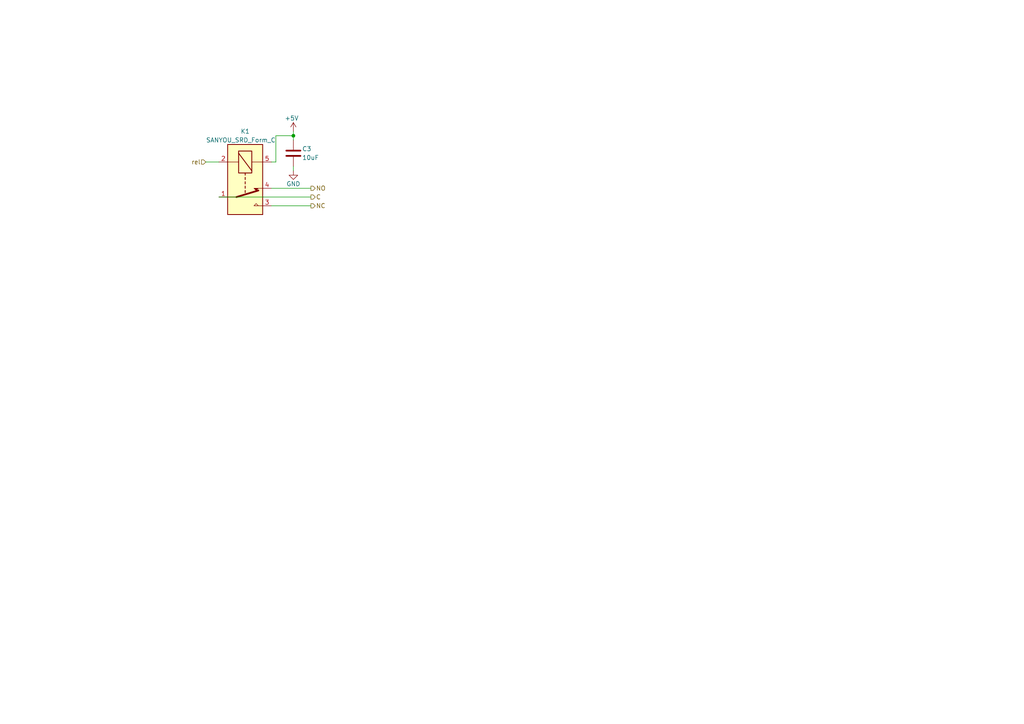
<source format=kicad_sch>
(kicad_sch (version 20230121) (generator eeschema)
  (paper "A4")
  (lib_symbols
    (symbol "Device:C" (pin_numbers hide) (pin_names (offset 0.254))
      (property "Reference" "C" (at 0.635 2.54 0))
      (property "Value" "C" (at 0.635 -2.54 0))
      (symbol "C_0_1"
        (polyline (pts (xy -2.032 -0.762) (xy 2.032 -0.762)) (stroke (width 0.508)))
        (polyline (pts (xy -2.032 0.762) (xy 2.032 0.762)) (stroke (width 0.508)))
      )
      (symbol "C_1_1"
        (pin passive line (at 0 3.81 270) (length 2.794) (name "~") (number "1"))
        (pin passive line (at 0 -3.81 90) (length 2.794) (name "~") (number "2"))
      )
    )
    (symbol "Relay:SANYOU_SRD_Form_C"
      (property "Reference" "K" (at 11.43 3.81 0))
      (property "Value" "SANYOU_SRD_Form_C" (at 11.43 1.27 0))
      (symbol "SANYOU_SRD_Form_C_0_0"
        (polyline (pts (xy 7.62 5.08) (xy 7.62 2.54) (xy 6.985 3.175) (xy 7.62 3.81)))
      )
      (symbol "SANYOU_SRD_Form_C_0_1"
        (rectangle (start -10.16 5.08) (end 10.16 -5.08) (stroke (width 0.254)) (fill (type background)))
        (rectangle (start -8.255 1.905) (end -1.905 -1.905) (stroke (width 0.254)))
        (polyline (pts (xy -7.62 -1.905) (xy -2.54 1.905)) (stroke (width 0.254)))
        (polyline (pts (xy -5.08 -5.08) (xy -5.08 -1.905)))
        (polyline (pts (xy -5.08 5.08) (xy -5.08 1.905)))
        (polyline (pts (xy -1.905 0) (xy -1.27 0)) (stroke (width 0.254)))
        (polyline (pts (xy -0.635 0) (xy 0 0)) (stroke (width 0.254)))
        (polyline (pts (xy 0.635 0) (xy 1.27 0)) (stroke (width 0.254)))
        (polyline (pts (xy 1.905 0) (xy 2.54 0)) (stroke (width 0.254)))
        (polyline (pts (xy 3.175 0) (xy 3.81 0)) (stroke (width 0.254)))
        (polyline (pts (xy 5.08 -2.54) (xy 3.175 3.81)) (stroke (width 0.508)))
        (polyline (pts (xy 5.08 -2.54) (xy 5.08 -5.08)))
      )
      (symbol "SANYOU_SRD_Form_C_1_1"
        (polyline (pts (xy 2.54 3.81) (xy 3.175 3.175) (xy 2.54 2.54) (xy 2.54 5.08)) (fill (type outline)))
        (pin passive line (at 5.08 -7.62 90) (length 2.54) (name "~") (number "1"))
        (pin passive line (at -5.08 -7.62 90) (length 2.54) (name "~") (number "2"))
        (pin passive line (at 7.62 7.62 270) (length 2.54) (name "~") (number "3"))
        (pin passive line (at 2.54 7.62 270) (length 2.54) (name "~") (number "4"))
        (pin passive line (at -5.08 7.62 270) (length 2.54) (name "~") (number "5"))
      )
    )
    (symbol "power:+5V" (power) (pin_names (offset 0))
      (property "Value" "+5V" (at 0 3.556 0))
      (symbol "+5V_0_1"
        (polyline (pts (xy -0.762 1.27) (xy 0 2.54)))
        (polyline (pts (xy 0 0) (xy 0 2.54)))
        (polyline (pts (xy 0 2.54) (xy 0.762 1.27)))
      )
      (symbol "+5V_1_1"
        (pin power_in line (at 0 0 90) (length 0) hide (name "+5V") (number "1"))
      )
    )
    (symbol "power:GND" (power) (pin_names (offset 0))
      (property "Value" "GND" (at 0 -3.81 0))
      (symbol "GND_0_1"
        (polyline (pts (xy 0 0) (xy 0 -1.27) (xy 1.27 -1.27) (xy 0 -2.54) (xy -1.27 -1.27) (xy 0 -1.27)))
      )
      (symbol "GND_1_1"
        (pin power_in line (at 0 0 270) (length 0) hide (name "GND") (number "1"))
      )
    )
  )
  (junction (at 85.09 39.37))
  (wire (pts (xy 59.69 46.99) (xy 63.5 46.99)))
  (wire (pts (xy 78.74 59.69) (xy 90.17 59.69)))
  (wire (pts (xy 63.5 57.15) (xy 90.17 57.15)))
  (wire (pts (xy 78.74 54.61) (xy 90.17 54.61)))
  (wire (pts (xy 85.09 38.1) (xy 85.09 39.37)))
  (wire (pts (xy 80.01 46.99) (xy 78.74 46.99)))
  (wire (pts (xy 85.09 48.26) (xy 85.09 49.53)))
  (wire (pts (xy 80.01 39.37) (xy 80.01 46.99)))
  (wire (pts (xy 85.09 39.37) (xy 80.01 39.37)))
  (wire (pts (xy 85.09 39.37) (xy 85.09 40.64)))
  (hierarchical_label "NC" (shape output) (at 90.17 59.69 0))
  (hierarchical_label "NO" (shape output) (at 90.17 54.61 0))
  (hierarchical_label "rel" (shape input) (at 59.69 46.99 180))
  (hierarchical_label "C" (shape output) (at 90.17 57.15 0))
  (symbol (lib_id "Relay:SANYOU_SRD_Form_C") (at 71.12 52.07 270) (unit 1) (in_bom no)
    (property "Reference" "K1" (at 71.12 38.1 90))
    (property "Value" "SANYOU_SRD_Form_C" (at 69.85 40.64 90))
    (property "Footprint" "Relay_THT:Relay_SPDT_SANYOU_SRD_Series_Form_C" (effects hide))
    (property "Datasheet" "http://www.sanyourelay.ca/public/products/pdf/SRD.pdf" (effects hide))
    (instances (project "AquariumController" (path "" (reference "K1") (unit 1)) (path "" (reference "K2") (unit 1)) (path "" (reference "K3") (unit 1))) (project "XIAO-ESP32C3-aquarium-controller" (path "" (reference "K1") (unit 1)) (path "" (reference "K2") (unit 1)) (path "" (reference "K3") (unit 1))))
  )
  (symbol (lib_id "Device:C") (at 85.09 44.45 0) (unit 1)
    (property "Reference" "C3" (at 87.63 43.18 0) (effects (justify left)))
    (property "Value" "10uF" (at 87.63 45.72 0) (effects (justify left)))
    (property "Footprint" "Capacitor_SMD:C_0603_1608Metric" (effects hide))
    (property "JLCPCB Part #" "C19702" (effects hide))
    (instances (project "AquariumController" (path "" (reference "C3") (unit 1)) (path "" (reference "C4") (unit 1)) (path "" (reference "C5") (unit 1))) (project "XIAO-ESP32C3-aquarium-controller" (path "" (reference "C7") (unit 1)) (path "" (reference "C8") (unit 1)) (path "" (reference "C9") (unit 1))))
  )
  (symbol (lib_id "power:+5V") (at 85.09 38.1 0) (unit 1)
    (property "Reference" "#PWR0108" (effects hide))
    (property "Value" "+5V" (at 82.55 34.29 0) (effects (justify left)))
    (instances (project "AquariumController" (path "" (reference "#PWR0108") (unit 1)) (path "" (reference "#PWR01") (unit 1)) (path "" (reference "#PWR02") (unit 1))) (project "XIAO-ESP32C3-aquarium-controller" (path "" (reference "#PWR013") (unit 1)) (path "" (reference "#PWR015") (unit 1)) (path "" (reference "#PWR017") (unit 1))))
  )
  (symbol (lib_id "power:GND") (at 85.09 49.53 0) (unit 1)
    (property "Reference" "#PWR0104" (effects hide))
    (property "Value" "GND" (at 85.09 53.34 0))
    (instances (project "AquariumController" (path "" (reference "#PWR0104") (unit 1)) (path "" (reference "#PWR03") (unit 1)) (path "" (reference "#PWR018") (unit 1)) (path "" (reference "#PWR019") (unit 1))) (project "XIAO-ESP32C3-aquarium-controller" (path "" (reference "#PWR014") (unit 1)) (path "" (reference "#PWR016") (unit 1)) (path "" (reference "#PWR018") (unit 1))))
  )
)
</source>
